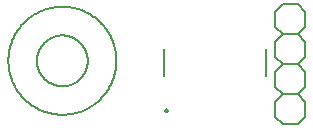
<source format=gbr>
G04 EAGLE Gerber RS-274X export*
G75*
%MOMM*%
%FSLAX34Y34*%
%LPD*%
%INSilkscreen Top*%
%IPPOS*%
%AMOC8*
5,1,8,0,0,1.08239X$1,22.5*%
G01*
%ADD10C,0.127000*%
%ADD11C,0.200000*%
%ADD12C,0.152400*%
%ADD13C,0.203200*%


D10*
X309950Y242300D02*
X309950Y265700D01*
X223450Y265700D02*
X223450Y242300D01*
D11*
X224700Y213500D02*
X224702Y213563D01*
X224708Y213625D01*
X224718Y213687D01*
X224731Y213749D01*
X224749Y213809D01*
X224770Y213868D01*
X224795Y213926D01*
X224824Y213982D01*
X224856Y214036D01*
X224891Y214088D01*
X224929Y214137D01*
X224971Y214185D01*
X225015Y214229D01*
X225063Y214271D01*
X225112Y214309D01*
X225164Y214344D01*
X225218Y214376D01*
X225274Y214405D01*
X225332Y214430D01*
X225391Y214451D01*
X225451Y214469D01*
X225513Y214482D01*
X225575Y214492D01*
X225637Y214498D01*
X225700Y214500D01*
X225763Y214498D01*
X225825Y214492D01*
X225887Y214482D01*
X225949Y214469D01*
X226009Y214451D01*
X226068Y214430D01*
X226126Y214405D01*
X226182Y214376D01*
X226236Y214344D01*
X226288Y214309D01*
X226337Y214271D01*
X226385Y214229D01*
X226429Y214185D01*
X226471Y214137D01*
X226509Y214088D01*
X226544Y214036D01*
X226576Y213982D01*
X226605Y213926D01*
X226630Y213868D01*
X226651Y213809D01*
X226669Y213749D01*
X226682Y213687D01*
X226692Y213625D01*
X226698Y213563D01*
X226700Y213500D01*
X226698Y213437D01*
X226692Y213375D01*
X226682Y213313D01*
X226669Y213251D01*
X226651Y213191D01*
X226630Y213132D01*
X226605Y213074D01*
X226576Y213018D01*
X226544Y212964D01*
X226509Y212912D01*
X226471Y212863D01*
X226429Y212815D01*
X226385Y212771D01*
X226337Y212729D01*
X226288Y212691D01*
X226236Y212656D01*
X226182Y212624D01*
X226126Y212595D01*
X226068Y212570D01*
X226009Y212549D01*
X225949Y212531D01*
X225887Y212518D01*
X225825Y212508D01*
X225763Y212502D01*
X225700Y212500D01*
X225637Y212502D01*
X225575Y212508D01*
X225513Y212518D01*
X225451Y212531D01*
X225391Y212549D01*
X225332Y212570D01*
X225274Y212595D01*
X225218Y212624D01*
X225164Y212656D01*
X225112Y212691D01*
X225063Y212729D01*
X225015Y212771D01*
X224971Y212815D01*
X224929Y212863D01*
X224891Y212912D01*
X224856Y212964D01*
X224824Y213018D01*
X224795Y213074D01*
X224770Y213132D01*
X224749Y213191D01*
X224731Y213251D01*
X224718Y213313D01*
X224708Y213375D01*
X224702Y213437D01*
X224700Y213500D01*
D12*
X336550Y252730D02*
X342900Y246380D01*
X342900Y233680D01*
X336550Y227330D01*
X323850Y227330D01*
X317500Y233680D01*
X317500Y246380D01*
X323850Y252730D01*
X342900Y284480D02*
X342900Y297180D01*
X342900Y284480D02*
X336550Y278130D01*
X323850Y278130D01*
X317500Y284480D01*
X336550Y278130D02*
X342900Y271780D01*
X342900Y259080D01*
X336550Y252730D01*
X323850Y252730D01*
X317500Y259080D01*
X317500Y271780D01*
X323850Y278130D01*
X323850Y303530D02*
X336550Y303530D01*
X342900Y297180D01*
X323850Y303530D02*
X317500Y297180D01*
X317500Y284480D01*
X342900Y220980D02*
X342900Y208280D01*
X336550Y201930D01*
X323850Y201930D01*
X317500Y208280D01*
X336550Y227330D02*
X342900Y220980D01*
X323850Y227330D02*
X317500Y220980D01*
X317500Y208280D01*
X91694Y255524D02*
X91708Y256646D01*
X91749Y257767D01*
X91818Y258887D01*
X91914Y260005D01*
X92038Y261121D01*
X92189Y262233D01*
X92367Y263340D01*
X92572Y264444D01*
X92805Y265541D01*
X93064Y266633D01*
X93350Y267718D01*
X93663Y268796D01*
X94002Y269866D01*
X94367Y270927D01*
X94758Y271978D01*
X95174Y273020D01*
X95616Y274052D01*
X96084Y275072D01*
X96576Y276080D01*
X97093Y277076D01*
X97634Y278059D01*
X98199Y279029D01*
X98787Y279984D01*
X99399Y280925D01*
X100034Y281850D01*
X100691Y282759D01*
X101371Y283652D01*
X102072Y284528D01*
X102794Y285387D01*
X103538Y286228D01*
X104301Y287050D01*
X105085Y287853D01*
X105888Y288637D01*
X106710Y289400D01*
X107551Y290144D01*
X108410Y290866D01*
X109286Y291567D01*
X110179Y292247D01*
X111088Y292904D01*
X112013Y293539D01*
X112954Y294151D01*
X113909Y294739D01*
X114879Y295304D01*
X115862Y295845D01*
X116858Y296362D01*
X117866Y296854D01*
X118886Y297322D01*
X119918Y297764D01*
X120960Y298180D01*
X122011Y298571D01*
X123072Y298936D01*
X124142Y299275D01*
X125220Y299588D01*
X126305Y299874D01*
X127397Y300133D01*
X128494Y300366D01*
X129598Y300571D01*
X130705Y300749D01*
X131817Y300900D01*
X132933Y301024D01*
X134051Y301120D01*
X135171Y301189D01*
X136292Y301230D01*
X137414Y301244D01*
X138536Y301230D01*
X139657Y301189D01*
X140777Y301120D01*
X141895Y301024D01*
X143011Y300900D01*
X144123Y300749D01*
X145230Y300571D01*
X146334Y300366D01*
X147431Y300133D01*
X148523Y299874D01*
X149608Y299588D01*
X150686Y299275D01*
X151756Y298936D01*
X152817Y298571D01*
X153868Y298180D01*
X154910Y297764D01*
X155942Y297322D01*
X156962Y296854D01*
X157970Y296362D01*
X158966Y295845D01*
X159949Y295304D01*
X160919Y294739D01*
X161874Y294151D01*
X162815Y293539D01*
X163740Y292904D01*
X164649Y292247D01*
X165542Y291567D01*
X166418Y290866D01*
X167277Y290144D01*
X168118Y289400D01*
X168940Y288637D01*
X169743Y287853D01*
X170527Y287050D01*
X171290Y286228D01*
X172034Y285387D01*
X172756Y284528D01*
X173457Y283652D01*
X174137Y282759D01*
X174794Y281850D01*
X175429Y280925D01*
X176041Y279984D01*
X176629Y279029D01*
X177194Y278059D01*
X177735Y277076D01*
X178252Y276080D01*
X178744Y275072D01*
X179212Y274052D01*
X179654Y273020D01*
X180070Y271978D01*
X180461Y270927D01*
X180826Y269866D01*
X181165Y268796D01*
X181478Y267718D01*
X181764Y266633D01*
X182023Y265541D01*
X182256Y264444D01*
X182461Y263340D01*
X182639Y262233D01*
X182790Y261121D01*
X182914Y260005D01*
X183010Y258887D01*
X183079Y257767D01*
X183120Y256646D01*
X183134Y255524D01*
X183120Y254402D01*
X183079Y253281D01*
X183010Y252161D01*
X182914Y251043D01*
X182790Y249927D01*
X182639Y248815D01*
X182461Y247708D01*
X182256Y246604D01*
X182023Y245507D01*
X181764Y244415D01*
X181478Y243330D01*
X181165Y242252D01*
X180826Y241182D01*
X180461Y240121D01*
X180070Y239070D01*
X179654Y238028D01*
X179212Y236996D01*
X178744Y235976D01*
X178252Y234968D01*
X177735Y233972D01*
X177194Y232989D01*
X176629Y232019D01*
X176041Y231064D01*
X175429Y230123D01*
X174794Y229198D01*
X174137Y228289D01*
X173457Y227396D01*
X172756Y226520D01*
X172034Y225661D01*
X171290Y224820D01*
X170527Y223998D01*
X169743Y223195D01*
X168940Y222411D01*
X168118Y221648D01*
X167277Y220904D01*
X166418Y220182D01*
X165542Y219481D01*
X164649Y218801D01*
X163740Y218144D01*
X162815Y217509D01*
X161874Y216897D01*
X160919Y216309D01*
X159949Y215744D01*
X158966Y215203D01*
X157970Y214686D01*
X156962Y214194D01*
X155942Y213726D01*
X154910Y213284D01*
X153868Y212868D01*
X152817Y212477D01*
X151756Y212112D01*
X150686Y211773D01*
X149608Y211460D01*
X148523Y211174D01*
X147431Y210915D01*
X146334Y210682D01*
X145230Y210477D01*
X144123Y210299D01*
X143011Y210148D01*
X141895Y210024D01*
X140777Y209928D01*
X139657Y209859D01*
X138536Y209818D01*
X137414Y209804D01*
X136292Y209818D01*
X135171Y209859D01*
X134051Y209928D01*
X132933Y210024D01*
X131817Y210148D01*
X130705Y210299D01*
X129598Y210477D01*
X128494Y210682D01*
X127397Y210915D01*
X126305Y211174D01*
X125220Y211460D01*
X124142Y211773D01*
X123072Y212112D01*
X122011Y212477D01*
X120960Y212868D01*
X119918Y213284D01*
X118886Y213726D01*
X117866Y214194D01*
X116858Y214686D01*
X115862Y215203D01*
X114879Y215744D01*
X113909Y216309D01*
X112954Y216897D01*
X112013Y217509D01*
X111088Y218144D01*
X110179Y218801D01*
X109286Y219481D01*
X108410Y220182D01*
X107551Y220904D01*
X106710Y221648D01*
X105888Y222411D01*
X105085Y223195D01*
X104301Y223998D01*
X103538Y224820D01*
X102794Y225661D01*
X102072Y226520D01*
X101371Y227396D01*
X100691Y228289D01*
X100034Y229198D01*
X99399Y230123D01*
X98787Y231064D01*
X98199Y232019D01*
X97634Y232989D01*
X97093Y233972D01*
X96576Y234968D01*
X96084Y235976D01*
X95616Y236996D01*
X95174Y238028D01*
X94758Y239070D01*
X94367Y240121D01*
X94002Y241182D01*
X93663Y242252D01*
X93350Y243330D01*
X93064Y244415D01*
X92805Y245507D01*
X92572Y246604D01*
X92367Y247708D01*
X92189Y248815D01*
X92038Y249927D01*
X91914Y251043D01*
X91818Y252161D01*
X91749Y253281D01*
X91708Y254402D01*
X91694Y255524D01*
D13*
X115914Y255524D02*
X115920Y256052D01*
X115940Y256579D01*
X115972Y257106D01*
X116018Y257631D01*
X116076Y258156D01*
X116147Y258679D01*
X116231Y259200D01*
X116327Y259718D01*
X116436Y260235D01*
X116558Y260748D01*
X116693Y261258D01*
X116840Y261765D01*
X116999Y262268D01*
X117171Y262767D01*
X117355Y263262D01*
X117551Y263752D01*
X117758Y264237D01*
X117978Y264716D01*
X118210Y265191D01*
X118453Y265659D01*
X118707Y266121D01*
X118973Y266577D01*
X119250Y267026D01*
X119537Y267469D01*
X119836Y267904D01*
X120145Y268332D01*
X120465Y268751D01*
X120794Y269163D01*
X121134Y269567D01*
X121484Y269963D01*
X121843Y270349D01*
X122211Y270727D01*
X122589Y271095D01*
X122975Y271454D01*
X123371Y271804D01*
X123775Y272144D01*
X124187Y272473D01*
X124606Y272793D01*
X125034Y273102D01*
X125469Y273401D01*
X125912Y273688D01*
X126361Y273965D01*
X126817Y274231D01*
X127279Y274485D01*
X127747Y274728D01*
X128222Y274960D01*
X128701Y275180D01*
X129186Y275387D01*
X129676Y275583D01*
X130171Y275767D01*
X130670Y275939D01*
X131173Y276098D01*
X131680Y276245D01*
X132190Y276380D01*
X132703Y276502D01*
X133220Y276611D01*
X133738Y276707D01*
X134259Y276791D01*
X134782Y276862D01*
X135307Y276920D01*
X135832Y276966D01*
X136359Y276998D01*
X136886Y277018D01*
X137414Y277024D01*
X137942Y277018D01*
X138469Y276998D01*
X138996Y276966D01*
X139521Y276920D01*
X140046Y276862D01*
X140569Y276791D01*
X141090Y276707D01*
X141608Y276611D01*
X142125Y276502D01*
X142638Y276380D01*
X143148Y276245D01*
X143655Y276098D01*
X144158Y275939D01*
X144657Y275767D01*
X145152Y275583D01*
X145642Y275387D01*
X146127Y275180D01*
X146606Y274960D01*
X147081Y274728D01*
X147549Y274485D01*
X148011Y274231D01*
X148467Y273965D01*
X148916Y273688D01*
X149359Y273401D01*
X149794Y273102D01*
X150222Y272793D01*
X150641Y272473D01*
X151053Y272144D01*
X151457Y271804D01*
X151853Y271454D01*
X152239Y271095D01*
X152617Y270727D01*
X152985Y270349D01*
X153344Y269963D01*
X153694Y269567D01*
X154034Y269163D01*
X154363Y268751D01*
X154683Y268332D01*
X154992Y267904D01*
X155291Y267469D01*
X155578Y267026D01*
X155855Y266577D01*
X156121Y266121D01*
X156375Y265659D01*
X156618Y265191D01*
X156850Y264716D01*
X157070Y264237D01*
X157277Y263752D01*
X157473Y263262D01*
X157657Y262767D01*
X157829Y262268D01*
X157988Y261765D01*
X158135Y261258D01*
X158270Y260748D01*
X158392Y260235D01*
X158501Y259718D01*
X158597Y259200D01*
X158681Y258679D01*
X158752Y258156D01*
X158810Y257631D01*
X158856Y257106D01*
X158888Y256579D01*
X158908Y256052D01*
X158914Y255524D01*
X158908Y254996D01*
X158888Y254469D01*
X158856Y253942D01*
X158810Y253417D01*
X158752Y252892D01*
X158681Y252369D01*
X158597Y251848D01*
X158501Y251330D01*
X158392Y250813D01*
X158270Y250300D01*
X158135Y249790D01*
X157988Y249283D01*
X157829Y248780D01*
X157657Y248281D01*
X157473Y247786D01*
X157277Y247296D01*
X157070Y246811D01*
X156850Y246332D01*
X156618Y245857D01*
X156375Y245389D01*
X156121Y244927D01*
X155855Y244471D01*
X155578Y244022D01*
X155291Y243579D01*
X154992Y243144D01*
X154683Y242716D01*
X154363Y242297D01*
X154034Y241885D01*
X153694Y241481D01*
X153344Y241085D01*
X152985Y240699D01*
X152617Y240321D01*
X152239Y239953D01*
X151853Y239594D01*
X151457Y239244D01*
X151053Y238904D01*
X150641Y238575D01*
X150222Y238255D01*
X149794Y237946D01*
X149359Y237647D01*
X148916Y237360D01*
X148467Y237083D01*
X148011Y236817D01*
X147549Y236563D01*
X147081Y236320D01*
X146606Y236088D01*
X146127Y235868D01*
X145642Y235661D01*
X145152Y235465D01*
X144657Y235281D01*
X144158Y235109D01*
X143655Y234950D01*
X143148Y234803D01*
X142638Y234668D01*
X142125Y234546D01*
X141608Y234437D01*
X141090Y234341D01*
X140569Y234257D01*
X140046Y234186D01*
X139521Y234128D01*
X138996Y234082D01*
X138469Y234050D01*
X137942Y234030D01*
X137414Y234024D01*
X136886Y234030D01*
X136359Y234050D01*
X135832Y234082D01*
X135307Y234128D01*
X134782Y234186D01*
X134259Y234257D01*
X133738Y234341D01*
X133220Y234437D01*
X132703Y234546D01*
X132190Y234668D01*
X131680Y234803D01*
X131173Y234950D01*
X130670Y235109D01*
X130171Y235281D01*
X129676Y235465D01*
X129186Y235661D01*
X128701Y235868D01*
X128222Y236088D01*
X127747Y236320D01*
X127279Y236563D01*
X126817Y236817D01*
X126361Y237083D01*
X125912Y237360D01*
X125469Y237647D01*
X125034Y237946D01*
X124606Y238255D01*
X124187Y238575D01*
X123775Y238904D01*
X123371Y239244D01*
X122975Y239594D01*
X122589Y239953D01*
X122211Y240321D01*
X121843Y240699D01*
X121484Y241085D01*
X121134Y241481D01*
X120794Y241885D01*
X120465Y242297D01*
X120145Y242716D01*
X119836Y243144D01*
X119537Y243579D01*
X119250Y244022D01*
X118973Y244471D01*
X118707Y244927D01*
X118453Y245389D01*
X118210Y245857D01*
X117978Y246332D01*
X117758Y246811D01*
X117551Y247296D01*
X117355Y247786D01*
X117171Y248281D01*
X116999Y248780D01*
X116840Y249283D01*
X116693Y249790D01*
X116558Y250300D01*
X116436Y250813D01*
X116327Y251330D01*
X116231Y251848D01*
X116147Y252369D01*
X116076Y252892D01*
X116018Y253417D01*
X115972Y253942D01*
X115940Y254469D01*
X115920Y254996D01*
X115914Y255524D01*
M02*

</source>
